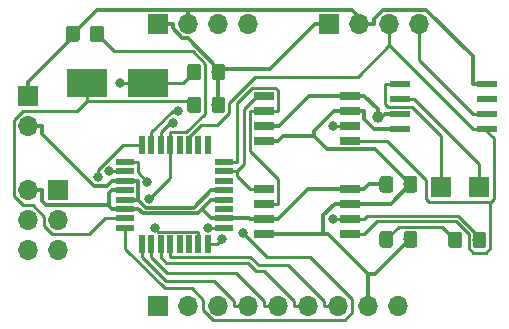
<source format=gtl>
G04 #@! TF.GenerationSoftware,KiCad,Pcbnew,(5.1.4)-1*
G04 #@! TF.CreationDate,2019-09-21T23:44:47+03:00*
G04 #@! TF.ProjectId,Project_3_BACEE,50726f6a-6563-4745-9f33-5f4241434545,v1.0*
G04 #@! TF.SameCoordinates,Original*
G04 #@! TF.FileFunction,Copper,L1,Top*
G04 #@! TF.FilePolarity,Positive*
%FSLAX46Y46*%
G04 Gerber Fmt 4.6, Leading zero omitted, Abs format (unit mm)*
G04 Created by KiCad (PCBNEW (5.1.4)-1) date 2019-09-21 23:44:47*
%MOMM*%
%LPD*%
G04 APERTURE LIST*
%ADD10R,1.700000X1.700000*%
%ADD11O,1.700000X1.700000*%
%ADD12C,0.100000*%
%ADD13C,1.150000*%
%ADD14R,1.700000X0.650000*%
%ADD15R,1.750000X0.550000*%
%ADD16R,0.550000X1.500000*%
%ADD17R,1.500000X0.550000*%
%ADD18R,1.750000X1.800000*%
%ADD19R,3.500000X2.400000*%
%ADD20C,1.000000*%
%ADD21C,0.800000*%
%ADD22C,0.300000*%
%ADD23C,0.250000*%
G04 APERTURE END LIST*
D10*
X112903000Y-93980000D03*
D11*
X112903000Y-96520000D03*
D12*
G36*
X127340505Y-94043204D02*
G01*
X127364773Y-94046804D01*
X127388572Y-94052765D01*
X127411671Y-94061030D01*
X127433850Y-94071520D01*
X127454893Y-94084132D01*
X127474599Y-94098747D01*
X127492777Y-94115223D01*
X127509253Y-94133401D01*
X127523868Y-94153107D01*
X127536480Y-94174150D01*
X127546970Y-94196329D01*
X127555235Y-94219428D01*
X127561196Y-94243227D01*
X127564796Y-94267495D01*
X127566000Y-94291999D01*
X127566000Y-95192001D01*
X127564796Y-95216505D01*
X127561196Y-95240773D01*
X127555235Y-95264572D01*
X127546970Y-95287671D01*
X127536480Y-95309850D01*
X127523868Y-95330893D01*
X127509253Y-95350599D01*
X127492777Y-95368777D01*
X127474599Y-95385253D01*
X127454893Y-95399868D01*
X127433850Y-95412480D01*
X127411671Y-95422970D01*
X127388572Y-95431235D01*
X127364773Y-95437196D01*
X127340505Y-95440796D01*
X127316001Y-95442000D01*
X126665999Y-95442000D01*
X126641495Y-95440796D01*
X126617227Y-95437196D01*
X126593428Y-95431235D01*
X126570329Y-95422970D01*
X126548150Y-95412480D01*
X126527107Y-95399868D01*
X126507401Y-95385253D01*
X126489223Y-95368777D01*
X126472747Y-95350599D01*
X126458132Y-95330893D01*
X126445520Y-95309850D01*
X126435030Y-95287671D01*
X126426765Y-95264572D01*
X126420804Y-95240773D01*
X126417204Y-95216505D01*
X126416000Y-95192001D01*
X126416000Y-94291999D01*
X126417204Y-94267495D01*
X126420804Y-94243227D01*
X126426765Y-94219428D01*
X126435030Y-94196329D01*
X126445520Y-94174150D01*
X126458132Y-94153107D01*
X126472747Y-94133401D01*
X126489223Y-94115223D01*
X126507401Y-94098747D01*
X126527107Y-94084132D01*
X126548150Y-94071520D01*
X126570329Y-94061030D01*
X126593428Y-94052765D01*
X126617227Y-94046804D01*
X126641495Y-94043204D01*
X126665999Y-94042000D01*
X127316001Y-94042000D01*
X127340505Y-94043204D01*
X127340505Y-94043204D01*
G37*
D13*
X126991000Y-94742000D03*
D12*
G36*
X129390505Y-94043204D02*
G01*
X129414773Y-94046804D01*
X129438572Y-94052765D01*
X129461671Y-94061030D01*
X129483850Y-94071520D01*
X129504893Y-94084132D01*
X129524599Y-94098747D01*
X129542777Y-94115223D01*
X129559253Y-94133401D01*
X129573868Y-94153107D01*
X129586480Y-94174150D01*
X129596970Y-94196329D01*
X129605235Y-94219428D01*
X129611196Y-94243227D01*
X129614796Y-94267495D01*
X129616000Y-94291999D01*
X129616000Y-95192001D01*
X129614796Y-95216505D01*
X129611196Y-95240773D01*
X129605235Y-95264572D01*
X129596970Y-95287671D01*
X129586480Y-95309850D01*
X129573868Y-95330893D01*
X129559253Y-95350599D01*
X129542777Y-95368777D01*
X129524599Y-95385253D01*
X129504893Y-95399868D01*
X129483850Y-95412480D01*
X129461671Y-95422970D01*
X129438572Y-95431235D01*
X129414773Y-95437196D01*
X129390505Y-95440796D01*
X129366001Y-95442000D01*
X128715999Y-95442000D01*
X128691495Y-95440796D01*
X128667227Y-95437196D01*
X128643428Y-95431235D01*
X128620329Y-95422970D01*
X128598150Y-95412480D01*
X128577107Y-95399868D01*
X128557401Y-95385253D01*
X128539223Y-95368777D01*
X128522747Y-95350599D01*
X128508132Y-95330893D01*
X128495520Y-95309850D01*
X128485030Y-95287671D01*
X128476765Y-95264572D01*
X128470804Y-95240773D01*
X128467204Y-95216505D01*
X128466000Y-95192001D01*
X128466000Y-94291999D01*
X128467204Y-94267495D01*
X128470804Y-94243227D01*
X128476765Y-94219428D01*
X128485030Y-94196329D01*
X128495520Y-94174150D01*
X128508132Y-94153107D01*
X128522747Y-94133401D01*
X128539223Y-94115223D01*
X128557401Y-94098747D01*
X128577107Y-94084132D01*
X128598150Y-94071520D01*
X128620329Y-94061030D01*
X128643428Y-94052765D01*
X128667227Y-94046804D01*
X128691495Y-94043204D01*
X128715999Y-94042000D01*
X129366001Y-94042000D01*
X129390505Y-94043204D01*
X129390505Y-94043204D01*
G37*
D13*
X129041000Y-94742000D03*
D12*
G36*
X127340505Y-91249204D02*
G01*
X127364773Y-91252804D01*
X127388572Y-91258765D01*
X127411671Y-91267030D01*
X127433850Y-91277520D01*
X127454893Y-91290132D01*
X127474599Y-91304747D01*
X127492777Y-91321223D01*
X127509253Y-91339401D01*
X127523868Y-91359107D01*
X127536480Y-91380150D01*
X127546970Y-91402329D01*
X127555235Y-91425428D01*
X127561196Y-91449227D01*
X127564796Y-91473495D01*
X127566000Y-91497999D01*
X127566000Y-92398001D01*
X127564796Y-92422505D01*
X127561196Y-92446773D01*
X127555235Y-92470572D01*
X127546970Y-92493671D01*
X127536480Y-92515850D01*
X127523868Y-92536893D01*
X127509253Y-92556599D01*
X127492777Y-92574777D01*
X127474599Y-92591253D01*
X127454893Y-92605868D01*
X127433850Y-92618480D01*
X127411671Y-92628970D01*
X127388572Y-92637235D01*
X127364773Y-92643196D01*
X127340505Y-92646796D01*
X127316001Y-92648000D01*
X126665999Y-92648000D01*
X126641495Y-92646796D01*
X126617227Y-92643196D01*
X126593428Y-92637235D01*
X126570329Y-92628970D01*
X126548150Y-92618480D01*
X126527107Y-92605868D01*
X126507401Y-92591253D01*
X126489223Y-92574777D01*
X126472747Y-92556599D01*
X126458132Y-92536893D01*
X126445520Y-92515850D01*
X126435030Y-92493671D01*
X126426765Y-92470572D01*
X126420804Y-92446773D01*
X126417204Y-92422505D01*
X126416000Y-92398001D01*
X126416000Y-91497999D01*
X126417204Y-91473495D01*
X126420804Y-91449227D01*
X126426765Y-91425428D01*
X126435030Y-91402329D01*
X126445520Y-91380150D01*
X126458132Y-91359107D01*
X126472747Y-91339401D01*
X126489223Y-91321223D01*
X126507401Y-91304747D01*
X126527107Y-91290132D01*
X126548150Y-91277520D01*
X126570329Y-91267030D01*
X126593428Y-91258765D01*
X126617227Y-91252804D01*
X126641495Y-91249204D01*
X126665999Y-91248000D01*
X127316001Y-91248000D01*
X127340505Y-91249204D01*
X127340505Y-91249204D01*
G37*
D13*
X126991000Y-91948000D03*
D12*
G36*
X129390505Y-91249204D02*
G01*
X129414773Y-91252804D01*
X129438572Y-91258765D01*
X129461671Y-91267030D01*
X129483850Y-91277520D01*
X129504893Y-91290132D01*
X129524599Y-91304747D01*
X129542777Y-91321223D01*
X129559253Y-91339401D01*
X129573868Y-91359107D01*
X129586480Y-91380150D01*
X129596970Y-91402329D01*
X129605235Y-91425428D01*
X129611196Y-91449227D01*
X129614796Y-91473495D01*
X129616000Y-91497999D01*
X129616000Y-92398001D01*
X129614796Y-92422505D01*
X129611196Y-92446773D01*
X129605235Y-92470572D01*
X129596970Y-92493671D01*
X129586480Y-92515850D01*
X129573868Y-92536893D01*
X129559253Y-92556599D01*
X129542777Y-92574777D01*
X129524599Y-92591253D01*
X129504893Y-92605868D01*
X129483850Y-92618480D01*
X129461671Y-92628970D01*
X129438572Y-92637235D01*
X129414773Y-92643196D01*
X129390505Y-92646796D01*
X129366001Y-92648000D01*
X128715999Y-92648000D01*
X128691495Y-92646796D01*
X128667227Y-92643196D01*
X128643428Y-92637235D01*
X128620329Y-92628970D01*
X128598150Y-92618480D01*
X128577107Y-92605868D01*
X128557401Y-92591253D01*
X128539223Y-92574777D01*
X128522747Y-92556599D01*
X128508132Y-92536893D01*
X128495520Y-92515850D01*
X128485030Y-92493671D01*
X128476765Y-92470572D01*
X128470804Y-92446773D01*
X128467204Y-92422505D01*
X128466000Y-92398001D01*
X128466000Y-91497999D01*
X128467204Y-91473495D01*
X128470804Y-91449227D01*
X128476765Y-91425428D01*
X128485030Y-91402329D01*
X128495520Y-91380150D01*
X128508132Y-91359107D01*
X128522747Y-91339401D01*
X128539223Y-91321223D01*
X128557401Y-91304747D01*
X128577107Y-91290132D01*
X128598150Y-91277520D01*
X128620329Y-91267030D01*
X128643428Y-91258765D01*
X128667227Y-91252804D01*
X128691495Y-91249204D01*
X128715999Y-91248000D01*
X129366001Y-91248000D01*
X129390505Y-91249204D01*
X129390505Y-91249204D01*
G37*
D13*
X129041000Y-91948000D03*
D12*
G36*
X145646505Y-100778204D02*
G01*
X145670773Y-100781804D01*
X145694572Y-100787765D01*
X145717671Y-100796030D01*
X145739850Y-100806520D01*
X145760893Y-100819132D01*
X145780599Y-100833747D01*
X145798777Y-100850223D01*
X145815253Y-100868401D01*
X145829868Y-100888107D01*
X145842480Y-100909150D01*
X145852970Y-100931329D01*
X145861235Y-100954428D01*
X145867196Y-100978227D01*
X145870796Y-101002495D01*
X145872000Y-101026999D01*
X145872000Y-101927001D01*
X145870796Y-101951505D01*
X145867196Y-101975773D01*
X145861235Y-101999572D01*
X145852970Y-102022671D01*
X145842480Y-102044850D01*
X145829868Y-102065893D01*
X145815253Y-102085599D01*
X145798777Y-102103777D01*
X145780599Y-102120253D01*
X145760893Y-102134868D01*
X145739850Y-102147480D01*
X145717671Y-102157970D01*
X145694572Y-102166235D01*
X145670773Y-102172196D01*
X145646505Y-102175796D01*
X145622001Y-102177000D01*
X144971999Y-102177000D01*
X144947495Y-102175796D01*
X144923227Y-102172196D01*
X144899428Y-102166235D01*
X144876329Y-102157970D01*
X144854150Y-102147480D01*
X144833107Y-102134868D01*
X144813401Y-102120253D01*
X144795223Y-102103777D01*
X144778747Y-102085599D01*
X144764132Y-102065893D01*
X144751520Y-102044850D01*
X144741030Y-102022671D01*
X144732765Y-101999572D01*
X144726804Y-101975773D01*
X144723204Y-101951505D01*
X144722000Y-101927001D01*
X144722000Y-101026999D01*
X144723204Y-101002495D01*
X144726804Y-100978227D01*
X144732765Y-100954428D01*
X144741030Y-100931329D01*
X144751520Y-100909150D01*
X144764132Y-100888107D01*
X144778747Y-100868401D01*
X144795223Y-100850223D01*
X144813401Y-100833747D01*
X144833107Y-100819132D01*
X144854150Y-100806520D01*
X144876329Y-100796030D01*
X144899428Y-100787765D01*
X144923227Y-100781804D01*
X144947495Y-100778204D01*
X144971999Y-100777000D01*
X145622001Y-100777000D01*
X145646505Y-100778204D01*
X145646505Y-100778204D01*
G37*
D13*
X145297000Y-101477000D03*
D12*
G36*
X143596505Y-100778204D02*
G01*
X143620773Y-100781804D01*
X143644572Y-100787765D01*
X143667671Y-100796030D01*
X143689850Y-100806520D01*
X143710893Y-100819132D01*
X143730599Y-100833747D01*
X143748777Y-100850223D01*
X143765253Y-100868401D01*
X143779868Y-100888107D01*
X143792480Y-100909150D01*
X143802970Y-100931329D01*
X143811235Y-100954428D01*
X143817196Y-100978227D01*
X143820796Y-101002495D01*
X143822000Y-101026999D01*
X143822000Y-101927001D01*
X143820796Y-101951505D01*
X143817196Y-101975773D01*
X143811235Y-101999572D01*
X143802970Y-102022671D01*
X143792480Y-102044850D01*
X143779868Y-102065893D01*
X143765253Y-102085599D01*
X143748777Y-102103777D01*
X143730599Y-102120253D01*
X143710893Y-102134868D01*
X143689850Y-102147480D01*
X143667671Y-102157970D01*
X143644572Y-102166235D01*
X143620773Y-102172196D01*
X143596505Y-102175796D01*
X143572001Y-102177000D01*
X142921999Y-102177000D01*
X142897495Y-102175796D01*
X142873227Y-102172196D01*
X142849428Y-102166235D01*
X142826329Y-102157970D01*
X142804150Y-102147480D01*
X142783107Y-102134868D01*
X142763401Y-102120253D01*
X142745223Y-102103777D01*
X142728747Y-102085599D01*
X142714132Y-102065893D01*
X142701520Y-102044850D01*
X142691030Y-102022671D01*
X142682765Y-101999572D01*
X142676804Y-101975773D01*
X142673204Y-101951505D01*
X142672000Y-101927001D01*
X142672000Y-101026999D01*
X142673204Y-101002495D01*
X142676804Y-100978227D01*
X142682765Y-100954428D01*
X142691030Y-100931329D01*
X142701520Y-100909150D01*
X142714132Y-100888107D01*
X142728747Y-100868401D01*
X142745223Y-100850223D01*
X142763401Y-100833747D01*
X142783107Y-100819132D01*
X142804150Y-100806520D01*
X142826329Y-100796030D01*
X142849428Y-100787765D01*
X142873227Y-100781804D01*
X142897495Y-100778204D01*
X142921999Y-100777000D01*
X143572001Y-100777000D01*
X143596505Y-100778204D01*
X143596505Y-100778204D01*
G37*
D13*
X143247000Y-101477000D03*
D12*
G36*
X149438505Y-105473204D02*
G01*
X149462773Y-105476804D01*
X149486572Y-105482765D01*
X149509671Y-105491030D01*
X149531850Y-105501520D01*
X149552893Y-105514132D01*
X149572599Y-105528747D01*
X149590777Y-105545223D01*
X149607253Y-105563401D01*
X149621868Y-105583107D01*
X149634480Y-105604150D01*
X149644970Y-105626329D01*
X149653235Y-105649428D01*
X149659196Y-105673227D01*
X149662796Y-105697495D01*
X149664000Y-105721999D01*
X149664000Y-106622001D01*
X149662796Y-106646505D01*
X149659196Y-106670773D01*
X149653235Y-106694572D01*
X149644970Y-106717671D01*
X149634480Y-106739850D01*
X149621868Y-106760893D01*
X149607253Y-106780599D01*
X149590777Y-106798777D01*
X149572599Y-106815253D01*
X149552893Y-106829868D01*
X149531850Y-106842480D01*
X149509671Y-106852970D01*
X149486572Y-106861235D01*
X149462773Y-106867196D01*
X149438505Y-106870796D01*
X149414001Y-106872000D01*
X148763999Y-106872000D01*
X148739495Y-106870796D01*
X148715227Y-106867196D01*
X148691428Y-106861235D01*
X148668329Y-106852970D01*
X148646150Y-106842480D01*
X148625107Y-106829868D01*
X148605401Y-106815253D01*
X148587223Y-106798777D01*
X148570747Y-106780599D01*
X148556132Y-106760893D01*
X148543520Y-106739850D01*
X148533030Y-106717671D01*
X148524765Y-106694572D01*
X148518804Y-106670773D01*
X148515204Y-106646505D01*
X148514000Y-106622001D01*
X148514000Y-105721999D01*
X148515204Y-105697495D01*
X148518804Y-105673227D01*
X148524765Y-105649428D01*
X148533030Y-105626329D01*
X148543520Y-105604150D01*
X148556132Y-105583107D01*
X148570747Y-105563401D01*
X148587223Y-105545223D01*
X148605401Y-105528747D01*
X148625107Y-105514132D01*
X148646150Y-105501520D01*
X148668329Y-105491030D01*
X148691428Y-105482765D01*
X148715227Y-105476804D01*
X148739495Y-105473204D01*
X148763999Y-105472000D01*
X149414001Y-105472000D01*
X149438505Y-105473204D01*
X149438505Y-105473204D01*
G37*
D13*
X149089000Y-106172000D03*
D12*
G36*
X151488505Y-105473204D02*
G01*
X151512773Y-105476804D01*
X151536572Y-105482765D01*
X151559671Y-105491030D01*
X151581850Y-105501520D01*
X151602893Y-105514132D01*
X151622599Y-105528747D01*
X151640777Y-105545223D01*
X151657253Y-105563401D01*
X151671868Y-105583107D01*
X151684480Y-105604150D01*
X151694970Y-105626329D01*
X151703235Y-105649428D01*
X151709196Y-105673227D01*
X151712796Y-105697495D01*
X151714000Y-105721999D01*
X151714000Y-106622001D01*
X151712796Y-106646505D01*
X151709196Y-106670773D01*
X151703235Y-106694572D01*
X151694970Y-106717671D01*
X151684480Y-106739850D01*
X151671868Y-106760893D01*
X151657253Y-106780599D01*
X151640777Y-106798777D01*
X151622599Y-106815253D01*
X151602893Y-106829868D01*
X151581850Y-106842480D01*
X151559671Y-106852970D01*
X151536572Y-106861235D01*
X151512773Y-106867196D01*
X151488505Y-106870796D01*
X151464001Y-106872000D01*
X150813999Y-106872000D01*
X150789495Y-106870796D01*
X150765227Y-106867196D01*
X150741428Y-106861235D01*
X150718329Y-106852970D01*
X150696150Y-106842480D01*
X150675107Y-106829868D01*
X150655401Y-106815253D01*
X150637223Y-106798777D01*
X150620747Y-106780599D01*
X150606132Y-106760893D01*
X150593520Y-106739850D01*
X150583030Y-106717671D01*
X150574765Y-106694572D01*
X150568804Y-106670773D01*
X150565204Y-106646505D01*
X150564000Y-106622001D01*
X150564000Y-105721999D01*
X150565204Y-105697495D01*
X150568804Y-105673227D01*
X150574765Y-105649428D01*
X150583030Y-105626329D01*
X150593520Y-105604150D01*
X150606132Y-105583107D01*
X150620747Y-105563401D01*
X150637223Y-105545223D01*
X150655401Y-105528747D01*
X150675107Y-105514132D01*
X150696150Y-105501520D01*
X150718329Y-105491030D01*
X150741428Y-105482765D01*
X150765227Y-105476804D01*
X150789495Y-105473204D01*
X150813999Y-105472000D01*
X151464001Y-105472000D01*
X151488505Y-105473204D01*
X151488505Y-105473204D01*
G37*
D13*
X151139000Y-106172000D03*
D10*
X123952000Y-111760000D03*
D11*
X126492000Y-111760000D03*
X129032000Y-111760000D03*
X131572000Y-111760000D03*
X134112000Y-111760000D03*
X136652000Y-111760000D03*
X139192000Y-111760000D03*
X141732000Y-111760000D03*
X144272000Y-111760000D03*
X131572000Y-87884000D03*
X129032000Y-87884000D03*
X126492000Y-87884000D03*
D10*
X123952000Y-87884000D03*
X115443000Y-101981000D03*
D11*
X112903000Y-101981000D03*
X115443000Y-104521000D03*
X112903000Y-104521000D03*
X115443000Y-107061000D03*
X112903000Y-107061000D03*
D10*
X138430000Y-87884000D03*
D11*
X140970000Y-87884000D03*
X143510000Y-87884000D03*
X146050000Y-87884000D03*
D12*
G36*
X143596505Y-105428204D02*
G01*
X143620773Y-105431804D01*
X143644572Y-105437765D01*
X143667671Y-105446030D01*
X143689850Y-105456520D01*
X143710893Y-105469132D01*
X143730599Y-105483747D01*
X143748777Y-105500223D01*
X143765253Y-105518401D01*
X143779868Y-105538107D01*
X143792480Y-105559150D01*
X143802970Y-105581329D01*
X143811235Y-105604428D01*
X143817196Y-105628227D01*
X143820796Y-105652495D01*
X143822000Y-105676999D01*
X143822000Y-106577001D01*
X143820796Y-106601505D01*
X143817196Y-106625773D01*
X143811235Y-106649572D01*
X143802970Y-106672671D01*
X143792480Y-106694850D01*
X143779868Y-106715893D01*
X143765253Y-106735599D01*
X143748777Y-106753777D01*
X143730599Y-106770253D01*
X143710893Y-106784868D01*
X143689850Y-106797480D01*
X143667671Y-106807970D01*
X143644572Y-106816235D01*
X143620773Y-106822196D01*
X143596505Y-106825796D01*
X143572001Y-106827000D01*
X142921999Y-106827000D01*
X142897495Y-106825796D01*
X142873227Y-106822196D01*
X142849428Y-106816235D01*
X142826329Y-106807970D01*
X142804150Y-106797480D01*
X142783107Y-106784868D01*
X142763401Y-106770253D01*
X142745223Y-106753777D01*
X142728747Y-106735599D01*
X142714132Y-106715893D01*
X142701520Y-106694850D01*
X142691030Y-106672671D01*
X142682765Y-106649572D01*
X142676804Y-106625773D01*
X142673204Y-106601505D01*
X142672000Y-106577001D01*
X142672000Y-105676999D01*
X142673204Y-105652495D01*
X142676804Y-105628227D01*
X142682765Y-105604428D01*
X142691030Y-105581329D01*
X142701520Y-105559150D01*
X142714132Y-105538107D01*
X142728747Y-105518401D01*
X142745223Y-105500223D01*
X142763401Y-105483747D01*
X142783107Y-105469132D01*
X142804150Y-105456520D01*
X142826329Y-105446030D01*
X142849428Y-105437765D01*
X142873227Y-105431804D01*
X142897495Y-105428204D01*
X142921999Y-105427000D01*
X143572001Y-105427000D01*
X143596505Y-105428204D01*
X143596505Y-105428204D01*
G37*
D13*
X143247000Y-106127000D03*
D12*
G36*
X145646505Y-105428204D02*
G01*
X145670773Y-105431804D01*
X145694572Y-105437765D01*
X145717671Y-105446030D01*
X145739850Y-105456520D01*
X145760893Y-105469132D01*
X145780599Y-105483747D01*
X145798777Y-105500223D01*
X145815253Y-105518401D01*
X145829868Y-105538107D01*
X145842480Y-105559150D01*
X145852970Y-105581329D01*
X145861235Y-105604428D01*
X145867196Y-105628227D01*
X145870796Y-105652495D01*
X145872000Y-105676999D01*
X145872000Y-106577001D01*
X145870796Y-106601505D01*
X145867196Y-106625773D01*
X145861235Y-106649572D01*
X145852970Y-106672671D01*
X145842480Y-106694850D01*
X145829868Y-106715893D01*
X145815253Y-106735599D01*
X145798777Y-106753777D01*
X145780599Y-106770253D01*
X145760893Y-106784868D01*
X145739850Y-106797480D01*
X145717671Y-106807970D01*
X145694572Y-106816235D01*
X145670773Y-106822196D01*
X145646505Y-106825796D01*
X145622001Y-106827000D01*
X144971999Y-106827000D01*
X144947495Y-106825796D01*
X144923227Y-106822196D01*
X144899428Y-106816235D01*
X144876329Y-106807970D01*
X144854150Y-106797480D01*
X144833107Y-106784868D01*
X144813401Y-106770253D01*
X144795223Y-106753777D01*
X144778747Y-106735599D01*
X144764132Y-106715893D01*
X144751520Y-106694850D01*
X144741030Y-106672671D01*
X144732765Y-106649572D01*
X144726804Y-106625773D01*
X144723204Y-106601505D01*
X144722000Y-106577001D01*
X144722000Y-105676999D01*
X144723204Y-105652495D01*
X144726804Y-105628227D01*
X144732765Y-105604428D01*
X144741030Y-105581329D01*
X144751520Y-105559150D01*
X144764132Y-105538107D01*
X144778747Y-105518401D01*
X144795223Y-105500223D01*
X144813401Y-105483747D01*
X144833107Y-105469132D01*
X144854150Y-105456520D01*
X144876329Y-105446030D01*
X144899428Y-105437765D01*
X144923227Y-105431804D01*
X144947495Y-105428204D01*
X144971999Y-105427000D01*
X145622001Y-105427000D01*
X145646505Y-105428204D01*
X145646505Y-105428204D01*
G37*
D13*
X145297000Y-106127000D03*
D12*
G36*
X117053505Y-88035204D02*
G01*
X117077773Y-88038804D01*
X117101572Y-88044765D01*
X117124671Y-88053030D01*
X117146850Y-88063520D01*
X117167893Y-88076132D01*
X117187599Y-88090747D01*
X117205777Y-88107223D01*
X117222253Y-88125401D01*
X117236868Y-88145107D01*
X117249480Y-88166150D01*
X117259970Y-88188329D01*
X117268235Y-88211428D01*
X117274196Y-88235227D01*
X117277796Y-88259495D01*
X117279000Y-88283999D01*
X117279000Y-89184001D01*
X117277796Y-89208505D01*
X117274196Y-89232773D01*
X117268235Y-89256572D01*
X117259970Y-89279671D01*
X117249480Y-89301850D01*
X117236868Y-89322893D01*
X117222253Y-89342599D01*
X117205777Y-89360777D01*
X117187599Y-89377253D01*
X117167893Y-89391868D01*
X117146850Y-89404480D01*
X117124671Y-89414970D01*
X117101572Y-89423235D01*
X117077773Y-89429196D01*
X117053505Y-89432796D01*
X117029001Y-89434000D01*
X116378999Y-89434000D01*
X116354495Y-89432796D01*
X116330227Y-89429196D01*
X116306428Y-89423235D01*
X116283329Y-89414970D01*
X116261150Y-89404480D01*
X116240107Y-89391868D01*
X116220401Y-89377253D01*
X116202223Y-89360777D01*
X116185747Y-89342599D01*
X116171132Y-89322893D01*
X116158520Y-89301850D01*
X116148030Y-89279671D01*
X116139765Y-89256572D01*
X116133804Y-89232773D01*
X116130204Y-89208505D01*
X116129000Y-89184001D01*
X116129000Y-88283999D01*
X116130204Y-88259495D01*
X116133804Y-88235227D01*
X116139765Y-88211428D01*
X116148030Y-88188329D01*
X116158520Y-88166150D01*
X116171132Y-88145107D01*
X116185747Y-88125401D01*
X116202223Y-88107223D01*
X116220401Y-88090747D01*
X116240107Y-88076132D01*
X116261150Y-88063520D01*
X116283329Y-88053030D01*
X116306428Y-88044765D01*
X116330227Y-88038804D01*
X116354495Y-88035204D01*
X116378999Y-88034000D01*
X117029001Y-88034000D01*
X117053505Y-88035204D01*
X117053505Y-88035204D01*
G37*
D13*
X116704000Y-88734000D03*
D12*
G36*
X119103505Y-88035204D02*
G01*
X119127773Y-88038804D01*
X119151572Y-88044765D01*
X119174671Y-88053030D01*
X119196850Y-88063520D01*
X119217893Y-88076132D01*
X119237599Y-88090747D01*
X119255777Y-88107223D01*
X119272253Y-88125401D01*
X119286868Y-88145107D01*
X119299480Y-88166150D01*
X119309970Y-88188329D01*
X119318235Y-88211428D01*
X119324196Y-88235227D01*
X119327796Y-88259495D01*
X119329000Y-88283999D01*
X119329000Y-89184001D01*
X119327796Y-89208505D01*
X119324196Y-89232773D01*
X119318235Y-89256572D01*
X119309970Y-89279671D01*
X119299480Y-89301850D01*
X119286868Y-89322893D01*
X119272253Y-89342599D01*
X119255777Y-89360777D01*
X119237599Y-89377253D01*
X119217893Y-89391868D01*
X119196850Y-89404480D01*
X119174671Y-89414970D01*
X119151572Y-89423235D01*
X119127773Y-89429196D01*
X119103505Y-89432796D01*
X119079001Y-89434000D01*
X118428999Y-89434000D01*
X118404495Y-89432796D01*
X118380227Y-89429196D01*
X118356428Y-89423235D01*
X118333329Y-89414970D01*
X118311150Y-89404480D01*
X118290107Y-89391868D01*
X118270401Y-89377253D01*
X118252223Y-89360777D01*
X118235747Y-89342599D01*
X118221132Y-89322893D01*
X118208520Y-89301850D01*
X118198030Y-89279671D01*
X118189765Y-89256572D01*
X118183804Y-89232773D01*
X118180204Y-89208505D01*
X118179000Y-89184001D01*
X118179000Y-88283999D01*
X118180204Y-88259495D01*
X118183804Y-88235227D01*
X118189765Y-88211428D01*
X118198030Y-88188329D01*
X118208520Y-88166150D01*
X118221132Y-88145107D01*
X118235747Y-88125401D01*
X118252223Y-88107223D01*
X118270401Y-88090747D01*
X118290107Y-88076132D01*
X118311150Y-88063520D01*
X118333329Y-88053030D01*
X118356428Y-88044765D01*
X118380227Y-88038804D01*
X118404495Y-88035204D01*
X118428999Y-88034000D01*
X119079001Y-88034000D01*
X119103505Y-88035204D01*
X119103505Y-88035204D01*
G37*
D13*
X118754000Y-88734000D03*
D14*
X132875000Y-101854000D03*
X132875000Y-103124000D03*
X132875000Y-104394000D03*
X132875000Y-105664000D03*
X140175000Y-105664000D03*
X140175000Y-104394000D03*
X140175000Y-103124000D03*
X140175000Y-101854000D03*
X140175000Y-93980000D03*
X140175000Y-95250000D03*
X140175000Y-96520000D03*
X140175000Y-97790000D03*
X132875000Y-97790000D03*
X132875000Y-96520000D03*
X132875000Y-95250000D03*
X132875000Y-93980000D03*
D15*
X144382000Y-92964000D03*
X144382000Y-94234000D03*
X144382000Y-95504000D03*
X144382000Y-96774000D03*
X151782000Y-96774000D03*
X151782000Y-95504000D03*
X151782000Y-94234000D03*
X151782000Y-92964000D03*
D16*
X122549000Y-106562000D03*
D17*
X121149000Y-99562000D03*
X121149000Y-100362000D03*
X121149000Y-101162000D03*
X121149000Y-101962000D03*
X121149000Y-102762000D03*
X121149000Y-103562000D03*
X121149000Y-104362000D03*
X121149000Y-105162000D03*
D16*
X123349000Y-106562000D03*
X124149000Y-106562000D03*
X124949000Y-106562000D03*
X125749000Y-106562000D03*
X126549000Y-106562000D03*
X127349000Y-106562000D03*
X128149000Y-106562000D03*
D17*
X129549000Y-105162000D03*
X129549000Y-104362000D03*
X129549000Y-103562000D03*
X129549000Y-102762000D03*
X129549000Y-101962000D03*
X129549000Y-101162000D03*
X129549000Y-100362000D03*
X129549000Y-99562000D03*
D16*
X128149000Y-98162000D03*
X127349000Y-98162000D03*
X126549000Y-98162000D03*
X125749000Y-98162000D03*
X124949000Y-98162000D03*
X124149000Y-98162000D03*
X123349000Y-98162000D03*
X122549000Y-98162000D03*
D18*
X147854000Y-101727000D03*
X151104000Y-101727000D03*
D19*
X117879000Y-92898000D03*
X123079000Y-92898000D03*
D20*
X142532400Y-95798800D03*
D21*
X131089800Y-105557900D03*
X120713900Y-92898000D03*
X138712100Y-104394000D03*
X138711700Y-96520000D03*
X128176400Y-105179900D03*
X118827800Y-100879100D03*
X123025400Y-101239700D03*
X119764700Y-100362000D03*
X125654400Y-95243800D03*
X125191800Y-96302700D03*
X129316400Y-106145800D03*
X123635700Y-105201800D03*
X123188200Y-102690400D03*
D22*
X141568200Y-87884000D02*
X140367900Y-86683700D01*
X140367900Y-86683700D02*
X126492000Y-86683700D01*
X141568200Y-87884000D02*
X142170300Y-87884000D01*
X140970000Y-87884000D02*
X141568200Y-87884000D01*
X116704000Y-88734000D02*
X118754300Y-86683700D01*
X118754300Y-86683700D02*
X126492000Y-86683700D01*
X126492000Y-87884000D02*
X126492000Y-86683700D01*
X132875000Y-104394000D02*
X134075300Y-104394000D01*
X134075300Y-104394000D02*
X136615300Y-101854000D01*
X136615300Y-101854000D02*
X140175000Y-101854000D01*
X140175000Y-93980000D02*
X136745000Y-93980000D01*
X136745000Y-93980000D02*
X134205000Y-96520000D01*
X134205000Y-96520000D02*
X132875000Y-96520000D01*
X112903000Y-92779700D02*
X116704000Y-88978700D01*
X116704000Y-88978700D02*
X116704000Y-88734000D01*
X132274900Y-104394000D02*
X132875000Y-104394000D01*
X151782000Y-92964000D02*
X150556700Y-92964000D01*
X150556700Y-92964000D02*
X150556700Y-90644200D01*
X150556700Y-90644200D02*
X146596100Y-86683600D01*
X146596100Y-86683600D02*
X142997600Y-86683600D01*
X142997600Y-86683600D02*
X142170300Y-87510900D01*
X142170300Y-87510900D02*
X142170300Y-87884000D01*
X142532400Y-95798800D02*
X142532400Y-95137100D01*
X142532400Y-95137100D02*
X141375300Y-93980000D01*
X142532400Y-95798800D02*
X142861900Y-95798800D01*
X142861900Y-95798800D02*
X143156700Y-95504000D01*
X140175000Y-93980000D02*
X141375300Y-93980000D01*
X144382000Y-95504000D02*
X143156700Y-95504000D01*
X140175000Y-101854000D02*
X141375300Y-101854000D01*
X141375300Y-101854000D02*
X141752300Y-101477000D01*
X141752300Y-101477000D02*
X143247000Y-101477000D01*
X122249300Y-103562000D02*
X122628300Y-103941000D01*
X122628300Y-103941000D02*
X127269700Y-103941000D01*
X127269700Y-103941000D02*
X127648700Y-103562000D01*
X127648700Y-103562000D02*
X128448700Y-102762000D01*
X127648700Y-103562000D02*
X128448700Y-104362000D01*
X129549000Y-104362000D02*
X128448700Y-104362000D01*
X121149000Y-101962000D02*
X120048700Y-101962000D01*
X121149000Y-103562000D02*
X122249300Y-103562000D01*
X119807300Y-103219900D02*
X119807300Y-102203400D01*
X119807300Y-102203400D02*
X120048700Y-101962000D01*
X120048700Y-103562000D02*
X119807300Y-103320600D01*
X119807300Y-103320600D02*
X119807300Y-103219900D01*
X119807300Y-103219900D02*
X114405500Y-103219900D01*
X114405500Y-103219900D02*
X114103300Y-102917700D01*
X114103300Y-102917700D02*
X114103300Y-101981000D01*
X129549000Y-102762000D02*
X128448700Y-102762000D01*
X112903000Y-101981000D02*
X114103300Y-101981000D01*
X121149000Y-103562000D02*
X120048700Y-103562000D01*
X112903000Y-93980000D02*
X112903000Y-92779700D01*
X132274900Y-104394000D02*
X131674700Y-104394000D01*
X130649300Y-104362000D02*
X131642700Y-104362000D01*
X131642700Y-104362000D02*
X131674700Y-104394000D01*
X129549000Y-104362000D02*
X130649300Y-104362000D01*
X132875000Y-97790000D02*
X134075300Y-97790000D01*
X137143000Y-97367500D02*
X134497800Y-97367500D01*
X134497800Y-97367500D02*
X134075300Y-97790000D01*
X137143000Y-97367500D02*
X137143000Y-96945100D01*
X137143000Y-96945100D02*
X138838100Y-95250000D01*
X138838100Y-95250000D02*
X140175000Y-95250000D01*
X145297000Y-101477000D02*
X142285300Y-98465300D01*
X142285300Y-98465300D02*
X138240800Y-98465300D01*
X138240800Y-98465300D02*
X137143000Y-97367500D01*
X138974700Y-103124000D02*
X138898700Y-103124000D01*
X138898700Y-103124000D02*
X137917800Y-104104900D01*
X137917800Y-104104900D02*
X137917800Y-105664000D01*
X140175000Y-95250000D02*
X141375300Y-95250000D01*
X141375300Y-95250000D02*
X141375300Y-95925300D01*
X141375300Y-95925300D02*
X142224000Y-96774000D01*
X142224000Y-96774000D02*
X144382000Y-96774000D01*
X140175000Y-103124000D02*
X143650000Y-103124000D01*
X143650000Y-103124000D02*
X145297000Y-101477000D01*
X139574900Y-103124000D02*
X140175000Y-103124000D01*
X139574900Y-103124000D02*
X138974700Y-103124000D01*
X141732000Y-109105000D02*
X138291000Y-105664000D01*
X138291000Y-105664000D02*
X137917800Y-105664000D01*
X137917800Y-105664000D02*
X134075300Y-105664000D01*
X132875000Y-105664000D02*
X134075300Y-105664000D01*
X141732000Y-109105000D02*
X142319000Y-109105000D01*
X142319000Y-109105000D02*
X145297000Y-106127000D01*
X141732000Y-111760000D02*
X141732000Y-109105000D01*
X123952000Y-87884000D02*
X125152300Y-87884000D01*
X125152300Y-87884000D02*
X125152300Y-88259200D01*
X125152300Y-88259200D02*
X125977400Y-89084300D01*
X125977400Y-89084300D02*
X126424500Y-89084300D01*
X126424500Y-89084300D02*
X129041000Y-91700800D01*
X129041000Y-91700800D02*
X129041000Y-91948000D01*
X129041000Y-91700800D02*
X133412900Y-91700800D01*
X133412900Y-91700800D02*
X137229700Y-87884000D01*
X138430000Y-87884000D02*
X137229700Y-87884000D01*
X122249300Y-102762000D02*
X122249300Y-102812500D01*
X122249300Y-102812500D02*
X122877500Y-103440700D01*
X122877500Y-103440700D02*
X126970000Y-103440700D01*
X126970000Y-103440700D02*
X128448700Y-101962000D01*
X122249300Y-101162000D02*
X122249300Y-102762000D01*
X121149000Y-102762000D02*
X122249300Y-102762000D01*
X121149000Y-101162000D02*
X120048700Y-101162000D01*
X120048700Y-101162000D02*
X119581300Y-101629400D01*
X119581300Y-101629400D02*
X118517100Y-101629400D01*
X118517100Y-101629400D02*
X114103300Y-97215600D01*
X114103300Y-97215600D02*
X114103300Y-96520000D01*
X129549000Y-101962000D02*
X128448700Y-101962000D01*
X129041000Y-91948000D02*
X129041000Y-94742000D01*
X112903000Y-96520000D02*
X114103300Y-96520000D01*
X121149000Y-101162000D02*
X122249300Y-101162000D01*
D23*
X121149000Y-104362000D02*
X119402200Y-104362000D01*
X119402200Y-104362000D02*
X118067800Y-105696400D01*
X118067800Y-105696400D02*
X114953600Y-105696400D01*
X114953600Y-105696400D02*
X114267600Y-105010400D01*
X114267600Y-105010400D02*
X114267600Y-104221300D01*
X114267600Y-104221300D02*
X113297300Y-103251000D01*
X113297300Y-103251000D02*
X112510600Y-103251000D01*
X112510600Y-103251000D02*
X111695800Y-102436200D01*
X111695800Y-102436200D02*
X111695800Y-96058600D01*
X111695800Y-96058600D02*
X112504400Y-95250000D01*
X112504400Y-95250000D02*
X117052300Y-95250000D01*
X117052300Y-95250000D02*
X117879000Y-94423300D01*
X117879000Y-92898000D02*
X117879000Y-94423300D01*
X117879000Y-94423300D02*
X126672300Y-94423300D01*
X126672300Y-94423300D02*
X126991000Y-94742000D01*
X121003700Y-92898000D02*
X120713900Y-92898000D01*
X123079000Y-92898000D02*
X121003700Y-92898000D01*
X131089800Y-105557900D02*
X133169300Y-107637400D01*
X133169300Y-107637400D02*
X136805600Y-107637400D01*
X136805600Y-107637400D02*
X140372200Y-111204000D01*
X140372200Y-111204000D02*
X140372200Y-112307100D01*
X140372200Y-112307100D02*
X139743900Y-112935400D01*
X139743900Y-112935400D02*
X128543200Y-112935400D01*
X128543200Y-112935400D02*
X127762000Y-112154200D01*
X127762000Y-112154200D02*
X127762000Y-111271300D01*
X127762000Y-111271300D02*
X126782100Y-110291400D01*
X126782100Y-110291400D02*
X124485500Y-110291400D01*
X124485500Y-110291400D02*
X121149000Y-106954900D01*
X121149000Y-106954900D02*
X121149000Y-105162000D01*
X126991000Y-91948000D02*
X126041000Y-92898000D01*
X126041000Y-92898000D02*
X123079000Y-92898000D01*
X143247000Y-106127000D02*
X144306400Y-105067600D01*
X144306400Y-105067600D02*
X147984600Y-105067600D01*
X147984600Y-105067600D02*
X149089000Y-106172000D01*
X138999700Y-104394000D02*
X138712100Y-104394000D01*
X140175000Y-104394000D02*
X138999700Y-104394000D01*
X140175000Y-104394000D02*
X141350300Y-104394000D01*
X141350300Y-104394000D02*
X141610400Y-104133900D01*
X141610400Y-104133900D02*
X149351400Y-104133900D01*
X149351400Y-104133900D02*
X151139000Y-105921500D01*
X151139000Y-105921500D02*
X151139000Y-106172000D01*
X138999700Y-96520000D02*
X138711700Y-96520000D01*
X140175000Y-96520000D02*
X138999700Y-96520000D01*
X129549000Y-105162000D02*
X128194300Y-105162000D01*
X128194300Y-105162000D02*
X128176400Y-105179900D01*
X151782000Y-95504000D02*
X150581700Y-95504000D01*
X146050000Y-87884000D02*
X146050000Y-90972300D01*
X146050000Y-90972300D02*
X150581700Y-95504000D01*
X122549000Y-98162000D02*
X120917200Y-98162000D01*
X120917200Y-98162000D02*
X118827800Y-100251400D01*
X118827800Y-100251400D02*
X118827800Y-100879100D01*
X122224300Y-99562000D02*
X122224300Y-100438600D01*
X122224300Y-100438600D02*
X123025400Y-101239700D01*
X121149000Y-99562000D02*
X122224300Y-99562000D01*
X121149000Y-100362000D02*
X119764700Y-100362000D01*
X122549000Y-107637300D02*
X124591300Y-109679600D01*
X124591300Y-109679600D02*
X128683600Y-109679600D01*
X128683600Y-109679600D02*
X130396700Y-111392700D01*
X130396700Y-111392700D02*
X130396700Y-111760000D01*
X131572000Y-111760000D02*
X130396700Y-111760000D01*
X122549000Y-106562000D02*
X122549000Y-107637300D01*
X134112000Y-111760000D02*
X132936700Y-111760000D01*
X123349000Y-106562000D02*
X123349000Y-107637300D01*
X123349000Y-107637300D02*
X124715900Y-109004200D01*
X124715900Y-109004200D02*
X130548200Y-109004200D01*
X130548200Y-109004200D02*
X132936700Y-111392700D01*
X132936700Y-111392700D02*
X132936700Y-111760000D01*
X135476700Y-111760000D02*
X135476700Y-111392700D01*
X135476700Y-111392700D02*
X132863000Y-108779000D01*
X132863000Y-108779000D02*
X132242900Y-108779000D01*
X132242900Y-108779000D02*
X131567400Y-108103500D01*
X131567400Y-108103500D02*
X124615200Y-108103500D01*
X124615200Y-108103500D02*
X124149000Y-107637300D01*
X124149000Y-106562000D02*
X124149000Y-107637300D01*
X136652000Y-111760000D02*
X135476700Y-111760000D01*
X124949000Y-107637300D02*
X131738100Y-107637300D01*
X131738100Y-107637300D02*
X132429500Y-108328700D01*
X132429500Y-108328700D02*
X134952700Y-108328700D01*
X134952700Y-108328700D02*
X138016700Y-111392700D01*
X138016700Y-111392700D02*
X138016700Y-111760000D01*
X139192000Y-111760000D02*
X138016700Y-111760000D01*
X124949000Y-106562000D02*
X124949000Y-107637300D01*
X123349000Y-98162000D02*
X123349000Y-97086700D01*
X123349000Y-97086700D02*
X125191900Y-95243800D01*
X125191900Y-95243800D02*
X125654400Y-95243800D01*
X124149000Y-97086700D02*
X124933000Y-96302700D01*
X124933000Y-96302700D02*
X125191800Y-96302700D01*
X124149000Y-98162000D02*
X124149000Y-97086700D01*
X128149000Y-106562000D02*
X128900200Y-106562000D01*
X128900200Y-106562000D02*
X129316400Y-106145800D01*
X127349000Y-105486700D02*
X123920600Y-105486700D01*
X123920600Y-105486700D02*
X123635700Y-105201800D01*
X127349000Y-106562000D02*
X127349000Y-105486700D01*
X118754000Y-88734000D02*
X120236000Y-90216000D01*
X120236000Y-90216000D02*
X126855000Y-90216000D01*
X126855000Y-90216000D02*
X127898400Y-91259400D01*
X127898400Y-91259400D02*
X127898400Y-95486200D01*
X127898400Y-95486200D02*
X126297900Y-97086700D01*
X126297900Y-97086700D02*
X124949000Y-97086700D01*
X124949000Y-98162000D02*
X124949000Y-97086700D01*
X123188200Y-102690400D02*
X124949000Y-100929600D01*
X124949000Y-100929600D02*
X124949000Y-98162000D01*
X141350300Y-105664000D02*
X142430000Y-104584300D01*
X142430000Y-104584300D02*
X149150800Y-104584300D01*
X149150800Y-104584300D02*
X150237600Y-105671100D01*
X150237600Y-105671100D02*
X150237600Y-106872700D01*
X150237600Y-106872700D02*
X150613600Y-107248700D01*
X150613600Y-107248700D02*
X151700300Y-107248700D01*
X151700300Y-107248700D02*
X152059700Y-106889300D01*
X152059700Y-106889300D02*
X152059700Y-102967100D01*
X152059700Y-102967100D02*
X146835600Y-102967100D01*
X146835600Y-102967100D02*
X146585300Y-102716800D01*
X146585300Y-102716800D02*
X146585300Y-101101100D01*
X146585300Y-101101100D02*
X143274200Y-97790000D01*
X143274200Y-97790000D02*
X140175000Y-97790000D01*
X151555600Y-96774000D02*
X152357500Y-97575900D01*
X152357500Y-97575900D02*
X152357500Y-102743900D01*
X152357500Y-102743900D02*
X152134300Y-102967100D01*
X152134300Y-102967100D02*
X152059700Y-102967100D01*
X140175000Y-105664000D02*
X141350300Y-105664000D01*
X151555600Y-96774000D02*
X150581700Y-96774000D01*
X151782000Y-96774000D02*
X151555600Y-96774000D01*
X143510000Y-89702300D02*
X140818800Y-92393500D01*
X140818800Y-92393500D02*
X132114200Y-92393500D01*
X132114200Y-92393500D02*
X129942400Y-94565300D01*
X129942400Y-94565300D02*
X129942400Y-95430400D01*
X129942400Y-95430400D02*
X128951200Y-96421600D01*
X128951200Y-96421600D02*
X127599900Y-96421600D01*
X127599900Y-96421600D02*
X126549000Y-97472500D01*
X126549000Y-97472500D02*
X126549000Y-98162000D01*
X143510000Y-89702300D02*
X150581700Y-96774000D01*
X143510000Y-87884000D02*
X143510000Y-89702300D01*
X132875000Y-93980000D02*
X132330600Y-93980000D01*
X132330600Y-93980000D02*
X131225500Y-95085100D01*
X131225500Y-95085100D02*
X131225500Y-99760800D01*
X131225500Y-99760800D02*
X130624300Y-100362000D01*
X129549000Y-100362000D02*
X130624300Y-100362000D01*
X132875000Y-101854000D02*
X131699700Y-101854000D01*
X130624300Y-100362000D02*
X130624300Y-100778600D01*
X130624300Y-100778600D02*
X131699700Y-101854000D01*
X132875000Y-95250000D02*
X131699700Y-95250000D01*
X129549000Y-99562000D02*
X130624300Y-99562000D01*
X131699700Y-95250000D02*
X131699700Y-98683400D01*
X131699700Y-98683400D02*
X134050300Y-101034000D01*
X134050300Y-101034000D02*
X134050300Y-103124000D01*
X132875000Y-95250000D02*
X134050300Y-95250000D01*
X134050300Y-95250000D02*
X134050300Y-93520200D01*
X134050300Y-93520200D02*
X133859800Y-93329700D01*
X133859800Y-93329700D02*
X131890200Y-93329700D01*
X131890200Y-93329700D02*
X130624300Y-94595600D01*
X130624300Y-94595600D02*
X130624300Y-99562000D01*
X132875000Y-103124000D02*
X134050300Y-103124000D01*
X144382000Y-92964000D02*
X143181700Y-92964000D01*
X147854000Y-101727000D02*
X147854000Y-97365900D01*
X147854000Y-97365900D02*
X145391700Y-94903600D01*
X145391700Y-94903600D02*
X143426500Y-94903600D01*
X143426500Y-94903600D02*
X143181700Y-94658800D01*
X143181700Y-94658800D02*
X143181700Y-92964000D01*
X144382000Y-94234000D02*
X145582300Y-94234000D01*
X151104000Y-101727000D02*
X151104000Y-99755700D01*
X151104000Y-99755700D02*
X145582300Y-94234000D01*
M02*

</source>
